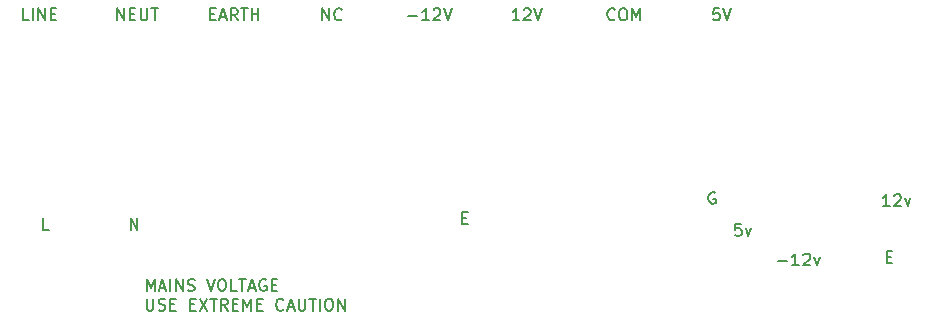
<source format=gbr>
G04 #@! TF.GenerationSoftware,KiCad,Pcbnew,(5.1.4-0-10_14)*
G04 #@! TF.CreationDate,2020-01-18T08:01:12-05:00*
G04 #@! TF.ProjectId,rt65b-breakout,72743635-622d-4627-9265-616b6f75742e,rev?*
G04 #@! TF.SameCoordinates,Original*
G04 #@! TF.FileFunction,Legend,Top*
G04 #@! TF.FilePolarity,Positive*
%FSLAX46Y46*%
G04 Gerber Fmt 4.6, Leading zero omitted, Abs format (unit mm)*
G04 Created by KiCad (PCBNEW (5.1.4-0-10_14)) date 2020-01-18 08:01:12*
%MOMM*%
%LPD*%
G04 APERTURE LIST*
%ADD10C,0.150000*%
G04 APERTURE END LIST*
D10*
X122335595Y-71627380D02*
X122335595Y-70627380D01*
X122668928Y-71341666D01*
X123002261Y-70627380D01*
X123002261Y-71627380D01*
X123430833Y-71341666D02*
X123907023Y-71341666D01*
X123335595Y-71627380D02*
X123668928Y-70627380D01*
X124002261Y-71627380D01*
X124335595Y-71627380D02*
X124335595Y-70627380D01*
X124811785Y-71627380D02*
X124811785Y-70627380D01*
X125383214Y-71627380D01*
X125383214Y-70627380D01*
X125811785Y-71579761D02*
X125954642Y-71627380D01*
X126192738Y-71627380D01*
X126287976Y-71579761D01*
X126335595Y-71532142D01*
X126383214Y-71436904D01*
X126383214Y-71341666D01*
X126335595Y-71246428D01*
X126287976Y-71198809D01*
X126192738Y-71151190D01*
X126002261Y-71103571D01*
X125907023Y-71055952D01*
X125859404Y-71008333D01*
X125811785Y-70913095D01*
X125811785Y-70817857D01*
X125859404Y-70722619D01*
X125907023Y-70675000D01*
X126002261Y-70627380D01*
X126240357Y-70627380D01*
X126383214Y-70675000D01*
X127430833Y-70627380D02*
X127764166Y-71627380D01*
X128097500Y-70627380D01*
X128621309Y-70627380D02*
X128811785Y-70627380D01*
X128907023Y-70675000D01*
X129002261Y-70770238D01*
X129049880Y-70960714D01*
X129049880Y-71294047D01*
X129002261Y-71484523D01*
X128907023Y-71579761D01*
X128811785Y-71627380D01*
X128621309Y-71627380D01*
X128526071Y-71579761D01*
X128430833Y-71484523D01*
X128383214Y-71294047D01*
X128383214Y-70960714D01*
X128430833Y-70770238D01*
X128526071Y-70675000D01*
X128621309Y-70627380D01*
X129954642Y-71627380D02*
X129478452Y-71627380D01*
X129478452Y-70627380D01*
X130145119Y-70627380D02*
X130716547Y-70627380D01*
X130430833Y-71627380D02*
X130430833Y-70627380D01*
X131002261Y-71341666D02*
X131478452Y-71341666D01*
X130907023Y-71627380D02*
X131240357Y-70627380D01*
X131573690Y-71627380D01*
X132430833Y-70675000D02*
X132335595Y-70627380D01*
X132192738Y-70627380D01*
X132049880Y-70675000D01*
X131954642Y-70770238D01*
X131907023Y-70865476D01*
X131859404Y-71055952D01*
X131859404Y-71198809D01*
X131907023Y-71389285D01*
X131954642Y-71484523D01*
X132049880Y-71579761D01*
X132192738Y-71627380D01*
X132287976Y-71627380D01*
X132430833Y-71579761D01*
X132478452Y-71532142D01*
X132478452Y-71198809D01*
X132287976Y-71198809D01*
X132907023Y-71103571D02*
X133240357Y-71103571D01*
X133383214Y-71627380D02*
X132907023Y-71627380D01*
X132907023Y-70627380D01*
X133383214Y-70627380D01*
X122335595Y-72277380D02*
X122335595Y-73086904D01*
X122383214Y-73182142D01*
X122430833Y-73229761D01*
X122526071Y-73277380D01*
X122716547Y-73277380D01*
X122811785Y-73229761D01*
X122859404Y-73182142D01*
X122907023Y-73086904D01*
X122907023Y-72277380D01*
X123335595Y-73229761D02*
X123478452Y-73277380D01*
X123716547Y-73277380D01*
X123811785Y-73229761D01*
X123859404Y-73182142D01*
X123907023Y-73086904D01*
X123907023Y-72991666D01*
X123859404Y-72896428D01*
X123811785Y-72848809D01*
X123716547Y-72801190D01*
X123526071Y-72753571D01*
X123430833Y-72705952D01*
X123383214Y-72658333D01*
X123335595Y-72563095D01*
X123335595Y-72467857D01*
X123383214Y-72372619D01*
X123430833Y-72325000D01*
X123526071Y-72277380D01*
X123764166Y-72277380D01*
X123907023Y-72325000D01*
X124335595Y-72753571D02*
X124668928Y-72753571D01*
X124811785Y-73277380D02*
X124335595Y-73277380D01*
X124335595Y-72277380D01*
X124811785Y-72277380D01*
X126002261Y-72753571D02*
X126335595Y-72753571D01*
X126478452Y-73277380D02*
X126002261Y-73277380D01*
X126002261Y-72277380D01*
X126478452Y-72277380D01*
X126811785Y-72277380D02*
X127478452Y-73277380D01*
X127478452Y-72277380D02*
X126811785Y-73277380D01*
X127716547Y-72277380D02*
X128287976Y-72277380D01*
X128002261Y-73277380D02*
X128002261Y-72277380D01*
X129192738Y-73277380D02*
X128859404Y-72801190D01*
X128621309Y-73277380D02*
X128621309Y-72277380D01*
X129002261Y-72277380D01*
X129097500Y-72325000D01*
X129145119Y-72372619D01*
X129192738Y-72467857D01*
X129192738Y-72610714D01*
X129145119Y-72705952D01*
X129097500Y-72753571D01*
X129002261Y-72801190D01*
X128621309Y-72801190D01*
X129621309Y-72753571D02*
X129954642Y-72753571D01*
X130097500Y-73277380D02*
X129621309Y-73277380D01*
X129621309Y-72277380D01*
X130097500Y-72277380D01*
X130526071Y-73277380D02*
X130526071Y-72277380D01*
X130859404Y-72991666D01*
X131192738Y-72277380D01*
X131192738Y-73277380D01*
X131668928Y-72753571D02*
X132002261Y-72753571D01*
X132145119Y-73277380D02*
X131668928Y-73277380D01*
X131668928Y-72277380D01*
X132145119Y-72277380D01*
X133907023Y-73182142D02*
X133859404Y-73229761D01*
X133716547Y-73277380D01*
X133621309Y-73277380D01*
X133478452Y-73229761D01*
X133383214Y-73134523D01*
X133335595Y-73039285D01*
X133287976Y-72848809D01*
X133287976Y-72705952D01*
X133335595Y-72515476D01*
X133383214Y-72420238D01*
X133478452Y-72325000D01*
X133621309Y-72277380D01*
X133716547Y-72277380D01*
X133859404Y-72325000D01*
X133907023Y-72372619D01*
X134287976Y-72991666D02*
X134764166Y-72991666D01*
X134192738Y-73277380D02*
X134526071Y-72277380D01*
X134859404Y-73277380D01*
X135192738Y-72277380D02*
X135192738Y-73086904D01*
X135240357Y-73182142D01*
X135287976Y-73229761D01*
X135383214Y-73277380D01*
X135573690Y-73277380D01*
X135668928Y-73229761D01*
X135716547Y-73182142D01*
X135764166Y-73086904D01*
X135764166Y-72277380D01*
X136097500Y-72277380D02*
X136668928Y-72277380D01*
X136383214Y-73277380D02*
X136383214Y-72277380D01*
X137002261Y-73277380D02*
X137002261Y-72277380D01*
X137668928Y-72277380D02*
X137859404Y-72277380D01*
X137954642Y-72325000D01*
X138049880Y-72420238D01*
X138097500Y-72610714D01*
X138097500Y-72944047D01*
X138049880Y-73134523D01*
X137954642Y-73229761D01*
X137859404Y-73277380D01*
X137668928Y-73277380D01*
X137573690Y-73229761D01*
X137478452Y-73134523D01*
X137430833Y-72944047D01*
X137430833Y-72610714D01*
X137478452Y-72420238D01*
X137573690Y-72325000D01*
X137668928Y-72277380D01*
X138526071Y-73277380D02*
X138526071Y-72277380D01*
X139097500Y-73277380D01*
X139097500Y-72277380D01*
X170461904Y-63300000D02*
X170366666Y-63252380D01*
X170223809Y-63252380D01*
X170080952Y-63300000D01*
X169985714Y-63395238D01*
X169938095Y-63490476D01*
X169890476Y-63680952D01*
X169890476Y-63823809D01*
X169938095Y-64014285D01*
X169985714Y-64109523D01*
X170080952Y-64204761D01*
X170223809Y-64252380D01*
X170319047Y-64252380D01*
X170461904Y-64204761D01*
X170509523Y-64157142D01*
X170509523Y-63823809D01*
X170319047Y-63823809D01*
X184985714Y-68728571D02*
X185319047Y-68728571D01*
X185461904Y-69252380D02*
X184985714Y-69252380D01*
X184985714Y-68252380D01*
X185461904Y-68252380D01*
X175785714Y-69071428D02*
X176547619Y-69071428D01*
X177547619Y-69452380D02*
X176976190Y-69452380D01*
X177261904Y-69452380D02*
X177261904Y-68452380D01*
X177166666Y-68595238D01*
X177071428Y-68690476D01*
X176976190Y-68738095D01*
X177928571Y-68547619D02*
X177976190Y-68500000D01*
X178071428Y-68452380D01*
X178309523Y-68452380D01*
X178404761Y-68500000D01*
X178452380Y-68547619D01*
X178500000Y-68642857D01*
X178500000Y-68738095D01*
X178452380Y-68880952D01*
X177880952Y-69452380D01*
X178500000Y-69452380D01*
X178833333Y-68785714D02*
X179071428Y-69452380D01*
X179309523Y-68785714D01*
X185228571Y-64452380D02*
X184657142Y-64452380D01*
X184942857Y-64452380D02*
X184942857Y-63452380D01*
X184847619Y-63595238D01*
X184752380Y-63690476D01*
X184657142Y-63738095D01*
X185609523Y-63547619D02*
X185657142Y-63500000D01*
X185752380Y-63452380D01*
X185990476Y-63452380D01*
X186085714Y-63500000D01*
X186133333Y-63547619D01*
X186180952Y-63642857D01*
X186180952Y-63738095D01*
X186133333Y-63880952D01*
X185561904Y-64452380D01*
X186180952Y-64452380D01*
X186514285Y-63785714D02*
X186752380Y-64452380D01*
X186990476Y-63785714D01*
X172657142Y-65952380D02*
X172180952Y-65952380D01*
X172133333Y-66428571D01*
X172180952Y-66380952D01*
X172276190Y-66333333D01*
X172514285Y-66333333D01*
X172609523Y-66380952D01*
X172657142Y-66428571D01*
X172704761Y-66523809D01*
X172704761Y-66761904D01*
X172657142Y-66857142D01*
X172609523Y-66904761D01*
X172514285Y-66952380D01*
X172276190Y-66952380D01*
X172180952Y-66904761D01*
X172133333Y-66857142D01*
X173038095Y-66285714D02*
X173276190Y-66952380D01*
X173514285Y-66285714D01*
X137214285Y-48702380D02*
X137214285Y-47702380D01*
X137785714Y-48702380D01*
X137785714Y-47702380D01*
X138833333Y-48607142D02*
X138785714Y-48654761D01*
X138642857Y-48702380D01*
X138547619Y-48702380D01*
X138404761Y-48654761D01*
X138309523Y-48559523D01*
X138261904Y-48464285D01*
X138214285Y-48273809D01*
X138214285Y-48130952D01*
X138261904Y-47940476D01*
X138309523Y-47845238D01*
X138404761Y-47750000D01*
X138547619Y-47702380D01*
X138642857Y-47702380D01*
X138785714Y-47750000D01*
X138833333Y-47797619D01*
X149035714Y-65428571D02*
X149369047Y-65428571D01*
X149511904Y-65952380D02*
X149035714Y-65952380D01*
X149035714Y-64952380D01*
X149511904Y-64952380D01*
X120964285Y-66452380D02*
X120964285Y-65452380D01*
X121535714Y-66452380D01*
X121535714Y-65452380D01*
X114059523Y-66452380D02*
X113583333Y-66452380D01*
X113583333Y-65452380D01*
X170809523Y-47702380D02*
X170333333Y-47702380D01*
X170285714Y-48178571D01*
X170333333Y-48130952D01*
X170428571Y-48083333D01*
X170666666Y-48083333D01*
X170761904Y-48130952D01*
X170809523Y-48178571D01*
X170857142Y-48273809D01*
X170857142Y-48511904D01*
X170809523Y-48607142D01*
X170761904Y-48654761D01*
X170666666Y-48702380D01*
X170428571Y-48702380D01*
X170333333Y-48654761D01*
X170285714Y-48607142D01*
X171142857Y-47702380D02*
X171476190Y-48702380D01*
X171809523Y-47702380D01*
X112345238Y-48702380D02*
X111869047Y-48702380D01*
X111869047Y-47702380D01*
X112678571Y-48702380D02*
X112678571Y-47702380D01*
X113154761Y-48702380D02*
X113154761Y-47702380D01*
X113726190Y-48702380D01*
X113726190Y-47702380D01*
X114202380Y-48178571D02*
X114535714Y-48178571D01*
X114678571Y-48702380D02*
X114202380Y-48702380D01*
X114202380Y-47702380D01*
X114678571Y-47702380D01*
X127702380Y-48178571D02*
X128035714Y-48178571D01*
X128178571Y-48702380D02*
X127702380Y-48702380D01*
X127702380Y-47702380D01*
X128178571Y-47702380D01*
X128559523Y-48416666D02*
X129035714Y-48416666D01*
X128464285Y-48702380D02*
X128797619Y-47702380D01*
X129130952Y-48702380D01*
X130035714Y-48702380D02*
X129702380Y-48226190D01*
X129464285Y-48702380D02*
X129464285Y-47702380D01*
X129845238Y-47702380D01*
X129940476Y-47750000D01*
X129988095Y-47797619D01*
X130035714Y-47892857D01*
X130035714Y-48035714D01*
X129988095Y-48130952D01*
X129940476Y-48178571D01*
X129845238Y-48226190D01*
X129464285Y-48226190D01*
X130321428Y-47702380D02*
X130892857Y-47702380D01*
X130607142Y-48702380D02*
X130607142Y-47702380D01*
X131226190Y-48702380D02*
X131226190Y-47702380D01*
X131226190Y-48178571D02*
X131797619Y-48178571D01*
X131797619Y-48702380D02*
X131797619Y-47702380D01*
X119857142Y-48702380D02*
X119857142Y-47702380D01*
X120428571Y-48702380D01*
X120428571Y-47702380D01*
X120904761Y-48178571D02*
X121238095Y-48178571D01*
X121380952Y-48702380D02*
X120904761Y-48702380D01*
X120904761Y-47702380D01*
X121380952Y-47702380D01*
X121809523Y-47702380D02*
X121809523Y-48511904D01*
X121857142Y-48607142D01*
X121904761Y-48654761D01*
X122000000Y-48702380D01*
X122190476Y-48702380D01*
X122285714Y-48654761D01*
X122333333Y-48607142D01*
X122380952Y-48511904D01*
X122380952Y-47702380D01*
X122714285Y-47702380D02*
X123285714Y-47702380D01*
X123000000Y-48702380D02*
X123000000Y-47702380D01*
X161964285Y-48607142D02*
X161916666Y-48654761D01*
X161773809Y-48702380D01*
X161678571Y-48702380D01*
X161535714Y-48654761D01*
X161440476Y-48559523D01*
X161392857Y-48464285D01*
X161345238Y-48273809D01*
X161345238Y-48130952D01*
X161392857Y-47940476D01*
X161440476Y-47845238D01*
X161535714Y-47750000D01*
X161678571Y-47702380D01*
X161773809Y-47702380D01*
X161916666Y-47750000D01*
X161964285Y-47797619D01*
X162583333Y-47702380D02*
X162773809Y-47702380D01*
X162869047Y-47750000D01*
X162964285Y-47845238D01*
X163011904Y-48035714D01*
X163011904Y-48369047D01*
X162964285Y-48559523D01*
X162869047Y-48654761D01*
X162773809Y-48702380D01*
X162583333Y-48702380D01*
X162488095Y-48654761D01*
X162392857Y-48559523D01*
X162345238Y-48369047D01*
X162345238Y-48035714D01*
X162392857Y-47845238D01*
X162488095Y-47750000D01*
X162583333Y-47702380D01*
X163440476Y-48702380D02*
X163440476Y-47702380D01*
X163773809Y-48416666D01*
X164107142Y-47702380D01*
X164107142Y-48702380D01*
X144488095Y-48321428D02*
X145250000Y-48321428D01*
X146250000Y-48702380D02*
X145678571Y-48702380D01*
X145964285Y-48702380D02*
X145964285Y-47702380D01*
X145869047Y-47845238D01*
X145773809Y-47940476D01*
X145678571Y-47988095D01*
X146630952Y-47797619D02*
X146678571Y-47750000D01*
X146773809Y-47702380D01*
X147011904Y-47702380D01*
X147107142Y-47750000D01*
X147154761Y-47797619D01*
X147202380Y-47892857D01*
X147202380Y-47988095D01*
X147154761Y-48130952D01*
X146583333Y-48702380D01*
X147202380Y-48702380D01*
X147488095Y-47702380D02*
X147821428Y-48702380D01*
X148154761Y-47702380D01*
X153880952Y-48702380D02*
X153309523Y-48702380D01*
X153595238Y-48702380D02*
X153595238Y-47702380D01*
X153500000Y-47845238D01*
X153404761Y-47940476D01*
X153309523Y-47988095D01*
X154261904Y-47797619D02*
X154309523Y-47750000D01*
X154404761Y-47702380D01*
X154642857Y-47702380D01*
X154738095Y-47750000D01*
X154785714Y-47797619D01*
X154833333Y-47892857D01*
X154833333Y-47988095D01*
X154785714Y-48130952D01*
X154214285Y-48702380D01*
X154833333Y-48702380D01*
X155119047Y-47702380D02*
X155452380Y-48702380D01*
X155785714Y-47702380D01*
M02*

</source>
